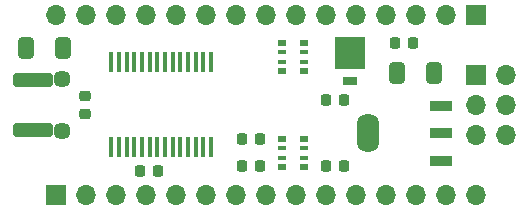
<source format=gbr>
%TF.GenerationSoftware,KiCad,Pcbnew,(6.0.11-0)*%
%TF.CreationDate,2023-05-04T16:40:56+03:00*%
%TF.ProjectId,Arduino Nano Differential impdance PCB,41726475-696e-46f2-904e-616e6f204469,rev?*%
%TF.SameCoordinates,Original*%
%TF.FileFunction,Soldermask,Bot*%
%TF.FilePolarity,Negative*%
%FSLAX46Y46*%
G04 Gerber Fmt 4.6, Leading zero omitted, Abs format (unit mm)*
G04 Created by KiCad (PCBNEW (6.0.11-0)) date 2023-05-04 16:40:56*
%MOMM*%
%LPD*%
G01*
G04 APERTURE LIST*
G04 Aperture macros list*
%AMRoundRect*
0 Rectangle with rounded corners*
0 $1 Rounding radius*
0 $2 $3 $4 $5 $6 $7 $8 $9 X,Y pos of 4 corners*
0 Add a 4 corners polygon primitive as box body*
4,1,4,$2,$3,$4,$5,$6,$7,$8,$9,$2,$3,0*
0 Add four circle primitives for the rounded corners*
1,1,$1+$1,$2,$3*
1,1,$1+$1,$4,$5*
1,1,$1+$1,$6,$7*
1,1,$1+$1,$8,$9*
0 Add four rect primitives between the rounded corners*
20,1,$1+$1,$2,$3,$4,$5,0*
20,1,$1+$1,$4,$5,$6,$7,0*
20,1,$1+$1,$6,$7,$8,$9,0*
20,1,$1+$1,$8,$9,$2,$3,0*%
G04 Aperture macros list end*
%ADD10R,1.700000X1.700000*%
%ADD11O,1.700000X1.700000*%
%ADD12C,1.450000*%
%ADD13RoundRect,0.225000X0.225000X0.250000X-0.225000X0.250000X-0.225000X-0.250000X0.225000X-0.250000X0*%
%ADD14RoundRect,0.225000X-0.225000X-0.250000X0.225000X-0.250000X0.225000X0.250000X-0.225000X0.250000X0*%
%ADD15RoundRect,0.225000X0.250000X-0.225000X0.250000X0.225000X-0.250000X0.225000X-0.250000X-0.225000X0*%
%ADD16R,0.450000X1.750000*%
%ADD17R,0.800000X0.500000*%
%ADD18R,0.800000X0.400000*%
%ADD19RoundRect,0.250000X-0.412500X-0.650000X0.412500X-0.650000X0.412500X0.650000X-0.412500X0.650000X0*%
%ADD20R,2.540000X2.670000*%
%ADD21R,1.270000X0.762000*%
%ADD22RoundRect,0.111600X0.808400X0.353400X-0.808400X0.353400X-0.808400X-0.353400X0.808400X-0.353400X0*%
%ADD23RoundRect,0.736000X0.184000X0.859000X-0.184000X0.859000X-0.184000X-0.859000X0.184000X-0.859000X0*%
%ADD24RoundRect,0.250000X1.450000X-0.312500X1.450000X0.312500X-1.450000X0.312500X-1.450000X-0.312500X0*%
G04 APERTURE END LIST*
D10*
%TO.C,H3*%
X170683000Y-100091000D03*
D11*
X173223000Y-100091000D03*
X170683000Y-102631000D03*
X173223000Y-102631000D03*
X170683000Y-105171000D03*
X173223000Y-105171000D03*
%TD*%
D10*
%TO.C,H1*%
X170683000Y-94996000D03*
D11*
X168143000Y-94996000D03*
X165603000Y-94996000D03*
X163063000Y-94996000D03*
X160523000Y-94996000D03*
X157983000Y-94996000D03*
X155443000Y-94996000D03*
X152903000Y-94996000D03*
X150363000Y-94996000D03*
X147823000Y-94996000D03*
X145283000Y-94996000D03*
X142743000Y-94996000D03*
X140203000Y-94996000D03*
X137663000Y-94996000D03*
X135123000Y-94996000D03*
%TD*%
D10*
%TO.C,H2*%
X135133000Y-110236000D03*
D11*
X137673000Y-110236000D03*
X140213000Y-110236000D03*
X142753000Y-110236000D03*
X145293000Y-110236000D03*
X147833000Y-110236000D03*
X150373000Y-110236000D03*
X152913000Y-110236000D03*
X155453000Y-110236000D03*
X157993000Y-110236000D03*
X160533000Y-110236000D03*
X163073000Y-110236000D03*
X165613000Y-110236000D03*
X168153000Y-110236000D03*
X170693000Y-110236000D03*
%TD*%
D12*
%TO.C,USB2*%
X135617700Y-100416000D03*
X135617700Y-104816000D03*
%TD*%
D13*
%TO.C,C13*%
X152413000Y-105537000D03*
X150863000Y-105537000D03*
%TD*%
D14*
%TO.C,C4*%
X150863000Y-107823000D03*
X152413000Y-107823000D03*
%TD*%
D15*
%TO.C,C3*%
X137541000Y-103391000D03*
X137541000Y-101841000D03*
%TD*%
D16*
%TO.C,U5*%
X148243000Y-106216000D03*
X147593000Y-106216000D03*
X146943000Y-106216000D03*
X146293000Y-106216000D03*
X145643000Y-106216000D03*
X144993000Y-106216000D03*
X144343000Y-106216000D03*
X143693000Y-106216000D03*
X143043000Y-106216000D03*
X142393000Y-106216000D03*
X141743000Y-106216000D03*
X141093000Y-106216000D03*
X140443000Y-106216000D03*
X139793000Y-106216000D03*
X139793000Y-99016000D03*
X140443000Y-99016000D03*
X141093000Y-99016000D03*
X141743000Y-99016000D03*
X142393000Y-99016000D03*
X143043000Y-99016000D03*
X143693000Y-99016000D03*
X144343000Y-99016000D03*
X144993000Y-99016000D03*
X145643000Y-99016000D03*
X146293000Y-99016000D03*
X146943000Y-99016000D03*
X147593000Y-99016000D03*
X148243000Y-99016000D03*
%TD*%
D17*
%TO.C,RP2*%
X156094000Y-105480000D03*
D18*
X156094000Y-106280000D03*
X156094000Y-107080000D03*
D17*
X156094000Y-107880000D03*
X154294000Y-107880000D03*
D18*
X154294000Y-107080000D03*
X154294000Y-106280000D03*
D17*
X154294000Y-105480000D03*
%TD*%
D19*
%TO.C,C11*%
X132549500Y-97790000D03*
X135674500Y-97790000D03*
%TD*%
D20*
%TO.C,D1*%
X160020000Y-98226200D03*
D21*
X160020000Y-100577200D03*
%TD*%
D22*
%TO.C,VRU1*%
X167677000Y-102729000D03*
X167677000Y-105029000D03*
X167677000Y-107329000D03*
D23*
X161507000Y-105029000D03*
%TD*%
D14*
%TO.C,C2*%
X157975000Y-107823000D03*
X159525000Y-107823000D03*
%TD*%
%TO.C,C14*%
X142227000Y-108204000D03*
X143777000Y-108204000D03*
%TD*%
D17*
%TO.C,RP1*%
X154294000Y-99752000D03*
D18*
X154294000Y-98952000D03*
X154294000Y-98152000D03*
D17*
X154294000Y-97352000D03*
X156094000Y-97352000D03*
D18*
X156094000Y-98152000D03*
X156094000Y-98952000D03*
D17*
X156094000Y-99752000D03*
%TD*%
D24*
%TO.C,F1*%
X133146800Y-104753500D03*
X133146800Y-100478500D03*
%TD*%
D13*
%TO.C,C1*%
X159525000Y-102235000D03*
X157975000Y-102235000D03*
%TD*%
D14*
%TO.C,C7*%
X163817000Y-97409000D03*
X165367000Y-97409000D03*
%TD*%
D19*
%TO.C,C12*%
X164007000Y-99949000D03*
X167132000Y-99949000D03*
%TD*%
M02*

</source>
